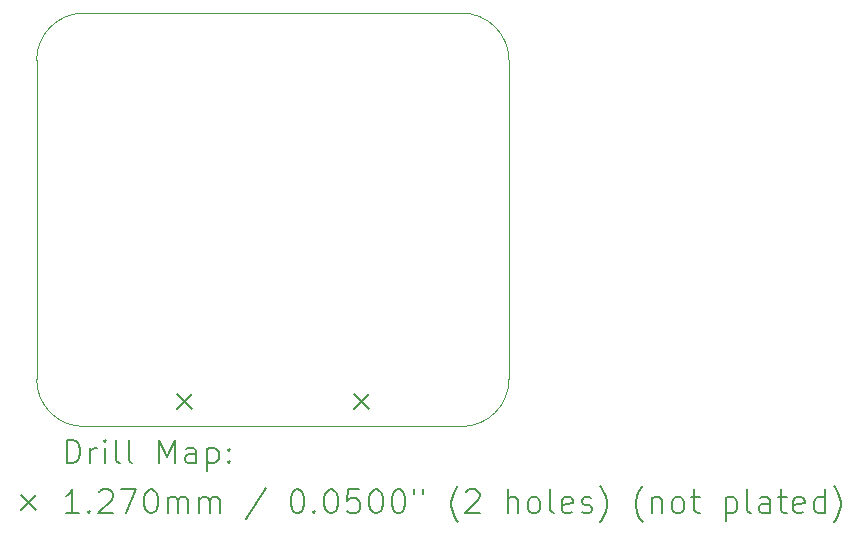
<source format=gbr>
%TF.GenerationSoftware,KiCad,Pcbnew,(6.0.7)*%
%TF.CreationDate,2022-11-19T14:13:47-06:00*%
%TF.ProjectId,BPS-Amperes,4250532d-416d-4706-9572-65732e6b6963,rev?*%
%TF.SameCoordinates,Original*%
%TF.FileFunction,Drillmap*%
%TF.FilePolarity,Positive*%
%FSLAX45Y45*%
G04 Gerber Fmt 4.5, Leading zero omitted, Abs format (unit mm)*
G04 Created by KiCad (PCBNEW (6.0.7)) date 2022-11-19 14:13:47*
%MOMM*%
%LPD*%
G01*
G04 APERTURE LIST*
%ADD10C,0.050000*%
%ADD11C,0.200000*%
%ADD12C,0.127000*%
G04 APERTURE END LIST*
D10*
X15500000Y-9900000D02*
X15500000Y-12600000D01*
X15100000Y-13000000D02*
G75*
G03*
X15500000Y-12600000I0J400000D01*
G01*
X11900000Y-9500000D02*
G75*
G03*
X11500000Y-9900000I0J-400000D01*
G01*
X11900000Y-9500000D02*
X15100000Y-9500000D01*
X15500000Y-9900000D02*
G75*
G03*
X15100000Y-9500000I-400000J0D01*
G01*
X15100000Y-13000000D02*
X11900000Y-13000000D01*
X11500000Y-12600000D02*
X11500000Y-9900000D01*
X11500000Y-12600000D02*
G75*
G03*
X11900000Y-13000000I400000J0D01*
G01*
D11*
D12*
X12686500Y-12724000D02*
X12813500Y-12851000D01*
X12813500Y-12724000D02*
X12686500Y-12851000D01*
X14186500Y-12724000D02*
X14313500Y-12851000D01*
X14313500Y-12724000D02*
X14186500Y-12851000D01*
D11*
X11755119Y-13312976D02*
X11755119Y-13112976D01*
X11802738Y-13112976D01*
X11831309Y-13122500D01*
X11850357Y-13141548D01*
X11859881Y-13160595D01*
X11869405Y-13198690D01*
X11869405Y-13227262D01*
X11859881Y-13265357D01*
X11850357Y-13284405D01*
X11831309Y-13303452D01*
X11802738Y-13312976D01*
X11755119Y-13312976D01*
X11955119Y-13312976D02*
X11955119Y-13179643D01*
X11955119Y-13217738D02*
X11964643Y-13198690D01*
X11974167Y-13189167D01*
X11993214Y-13179643D01*
X12012262Y-13179643D01*
X12078928Y-13312976D02*
X12078928Y-13179643D01*
X12078928Y-13112976D02*
X12069405Y-13122500D01*
X12078928Y-13132024D01*
X12088452Y-13122500D01*
X12078928Y-13112976D01*
X12078928Y-13132024D01*
X12202738Y-13312976D02*
X12183690Y-13303452D01*
X12174167Y-13284405D01*
X12174167Y-13112976D01*
X12307500Y-13312976D02*
X12288452Y-13303452D01*
X12278928Y-13284405D01*
X12278928Y-13112976D01*
X12536071Y-13312976D02*
X12536071Y-13112976D01*
X12602738Y-13255833D01*
X12669405Y-13112976D01*
X12669405Y-13312976D01*
X12850357Y-13312976D02*
X12850357Y-13208214D01*
X12840833Y-13189167D01*
X12821786Y-13179643D01*
X12783690Y-13179643D01*
X12764643Y-13189167D01*
X12850357Y-13303452D02*
X12831309Y-13312976D01*
X12783690Y-13312976D01*
X12764643Y-13303452D01*
X12755119Y-13284405D01*
X12755119Y-13265357D01*
X12764643Y-13246309D01*
X12783690Y-13236786D01*
X12831309Y-13236786D01*
X12850357Y-13227262D01*
X12945595Y-13179643D02*
X12945595Y-13379643D01*
X12945595Y-13189167D02*
X12964643Y-13179643D01*
X13002738Y-13179643D01*
X13021786Y-13189167D01*
X13031309Y-13198690D01*
X13040833Y-13217738D01*
X13040833Y-13274881D01*
X13031309Y-13293928D01*
X13021786Y-13303452D01*
X13002738Y-13312976D01*
X12964643Y-13312976D01*
X12945595Y-13303452D01*
X13126548Y-13293928D02*
X13136071Y-13303452D01*
X13126548Y-13312976D01*
X13117024Y-13303452D01*
X13126548Y-13293928D01*
X13126548Y-13312976D01*
X13126548Y-13189167D02*
X13136071Y-13198690D01*
X13126548Y-13208214D01*
X13117024Y-13198690D01*
X13126548Y-13189167D01*
X13126548Y-13208214D01*
D12*
X11370500Y-13579000D02*
X11497500Y-13706000D01*
X11497500Y-13579000D02*
X11370500Y-13706000D01*
D11*
X11859881Y-13732976D02*
X11745595Y-13732976D01*
X11802738Y-13732976D02*
X11802738Y-13532976D01*
X11783690Y-13561548D01*
X11764643Y-13580595D01*
X11745595Y-13590119D01*
X11945595Y-13713928D02*
X11955119Y-13723452D01*
X11945595Y-13732976D01*
X11936071Y-13723452D01*
X11945595Y-13713928D01*
X11945595Y-13732976D01*
X12031309Y-13552024D02*
X12040833Y-13542500D01*
X12059881Y-13532976D01*
X12107500Y-13532976D01*
X12126548Y-13542500D01*
X12136071Y-13552024D01*
X12145595Y-13571071D01*
X12145595Y-13590119D01*
X12136071Y-13618690D01*
X12021786Y-13732976D01*
X12145595Y-13732976D01*
X12212262Y-13532976D02*
X12345595Y-13532976D01*
X12259881Y-13732976D01*
X12459881Y-13532976D02*
X12478928Y-13532976D01*
X12497976Y-13542500D01*
X12507500Y-13552024D01*
X12517024Y-13571071D01*
X12526548Y-13609167D01*
X12526548Y-13656786D01*
X12517024Y-13694881D01*
X12507500Y-13713928D01*
X12497976Y-13723452D01*
X12478928Y-13732976D01*
X12459881Y-13732976D01*
X12440833Y-13723452D01*
X12431309Y-13713928D01*
X12421786Y-13694881D01*
X12412262Y-13656786D01*
X12412262Y-13609167D01*
X12421786Y-13571071D01*
X12431309Y-13552024D01*
X12440833Y-13542500D01*
X12459881Y-13532976D01*
X12612262Y-13732976D02*
X12612262Y-13599643D01*
X12612262Y-13618690D02*
X12621786Y-13609167D01*
X12640833Y-13599643D01*
X12669405Y-13599643D01*
X12688452Y-13609167D01*
X12697976Y-13628214D01*
X12697976Y-13732976D01*
X12697976Y-13628214D02*
X12707500Y-13609167D01*
X12726548Y-13599643D01*
X12755119Y-13599643D01*
X12774167Y-13609167D01*
X12783690Y-13628214D01*
X12783690Y-13732976D01*
X12878928Y-13732976D02*
X12878928Y-13599643D01*
X12878928Y-13618690D02*
X12888452Y-13609167D01*
X12907500Y-13599643D01*
X12936071Y-13599643D01*
X12955119Y-13609167D01*
X12964643Y-13628214D01*
X12964643Y-13732976D01*
X12964643Y-13628214D02*
X12974167Y-13609167D01*
X12993214Y-13599643D01*
X13021786Y-13599643D01*
X13040833Y-13609167D01*
X13050357Y-13628214D01*
X13050357Y-13732976D01*
X13440833Y-13523452D02*
X13269405Y-13780595D01*
X13697976Y-13532976D02*
X13717024Y-13532976D01*
X13736071Y-13542500D01*
X13745595Y-13552024D01*
X13755119Y-13571071D01*
X13764643Y-13609167D01*
X13764643Y-13656786D01*
X13755119Y-13694881D01*
X13745595Y-13713928D01*
X13736071Y-13723452D01*
X13717024Y-13732976D01*
X13697976Y-13732976D01*
X13678928Y-13723452D01*
X13669405Y-13713928D01*
X13659881Y-13694881D01*
X13650357Y-13656786D01*
X13650357Y-13609167D01*
X13659881Y-13571071D01*
X13669405Y-13552024D01*
X13678928Y-13542500D01*
X13697976Y-13532976D01*
X13850357Y-13713928D02*
X13859881Y-13723452D01*
X13850357Y-13732976D01*
X13840833Y-13723452D01*
X13850357Y-13713928D01*
X13850357Y-13732976D01*
X13983690Y-13532976D02*
X14002738Y-13532976D01*
X14021786Y-13542500D01*
X14031309Y-13552024D01*
X14040833Y-13571071D01*
X14050357Y-13609167D01*
X14050357Y-13656786D01*
X14040833Y-13694881D01*
X14031309Y-13713928D01*
X14021786Y-13723452D01*
X14002738Y-13732976D01*
X13983690Y-13732976D01*
X13964643Y-13723452D01*
X13955119Y-13713928D01*
X13945595Y-13694881D01*
X13936071Y-13656786D01*
X13936071Y-13609167D01*
X13945595Y-13571071D01*
X13955119Y-13552024D01*
X13964643Y-13542500D01*
X13983690Y-13532976D01*
X14231309Y-13532976D02*
X14136071Y-13532976D01*
X14126548Y-13628214D01*
X14136071Y-13618690D01*
X14155119Y-13609167D01*
X14202738Y-13609167D01*
X14221786Y-13618690D01*
X14231309Y-13628214D01*
X14240833Y-13647262D01*
X14240833Y-13694881D01*
X14231309Y-13713928D01*
X14221786Y-13723452D01*
X14202738Y-13732976D01*
X14155119Y-13732976D01*
X14136071Y-13723452D01*
X14126548Y-13713928D01*
X14364643Y-13532976D02*
X14383690Y-13532976D01*
X14402738Y-13542500D01*
X14412262Y-13552024D01*
X14421786Y-13571071D01*
X14431309Y-13609167D01*
X14431309Y-13656786D01*
X14421786Y-13694881D01*
X14412262Y-13713928D01*
X14402738Y-13723452D01*
X14383690Y-13732976D01*
X14364643Y-13732976D01*
X14345595Y-13723452D01*
X14336071Y-13713928D01*
X14326548Y-13694881D01*
X14317024Y-13656786D01*
X14317024Y-13609167D01*
X14326548Y-13571071D01*
X14336071Y-13552024D01*
X14345595Y-13542500D01*
X14364643Y-13532976D01*
X14555119Y-13532976D02*
X14574167Y-13532976D01*
X14593214Y-13542500D01*
X14602738Y-13552024D01*
X14612262Y-13571071D01*
X14621786Y-13609167D01*
X14621786Y-13656786D01*
X14612262Y-13694881D01*
X14602738Y-13713928D01*
X14593214Y-13723452D01*
X14574167Y-13732976D01*
X14555119Y-13732976D01*
X14536071Y-13723452D01*
X14526548Y-13713928D01*
X14517024Y-13694881D01*
X14507500Y-13656786D01*
X14507500Y-13609167D01*
X14517024Y-13571071D01*
X14526548Y-13552024D01*
X14536071Y-13542500D01*
X14555119Y-13532976D01*
X14697976Y-13532976D02*
X14697976Y-13571071D01*
X14774167Y-13532976D02*
X14774167Y-13571071D01*
X15069405Y-13809167D02*
X15059881Y-13799643D01*
X15040833Y-13771071D01*
X15031309Y-13752024D01*
X15021786Y-13723452D01*
X15012262Y-13675833D01*
X15012262Y-13637738D01*
X15021786Y-13590119D01*
X15031309Y-13561548D01*
X15040833Y-13542500D01*
X15059881Y-13513928D01*
X15069405Y-13504405D01*
X15136071Y-13552024D02*
X15145595Y-13542500D01*
X15164643Y-13532976D01*
X15212262Y-13532976D01*
X15231309Y-13542500D01*
X15240833Y-13552024D01*
X15250357Y-13571071D01*
X15250357Y-13590119D01*
X15240833Y-13618690D01*
X15126548Y-13732976D01*
X15250357Y-13732976D01*
X15488452Y-13732976D02*
X15488452Y-13532976D01*
X15574167Y-13732976D02*
X15574167Y-13628214D01*
X15564643Y-13609167D01*
X15545595Y-13599643D01*
X15517024Y-13599643D01*
X15497976Y-13609167D01*
X15488452Y-13618690D01*
X15697976Y-13732976D02*
X15678928Y-13723452D01*
X15669405Y-13713928D01*
X15659881Y-13694881D01*
X15659881Y-13637738D01*
X15669405Y-13618690D01*
X15678928Y-13609167D01*
X15697976Y-13599643D01*
X15726548Y-13599643D01*
X15745595Y-13609167D01*
X15755119Y-13618690D01*
X15764643Y-13637738D01*
X15764643Y-13694881D01*
X15755119Y-13713928D01*
X15745595Y-13723452D01*
X15726548Y-13732976D01*
X15697976Y-13732976D01*
X15878928Y-13732976D02*
X15859881Y-13723452D01*
X15850357Y-13704405D01*
X15850357Y-13532976D01*
X16031309Y-13723452D02*
X16012262Y-13732976D01*
X15974167Y-13732976D01*
X15955119Y-13723452D01*
X15945595Y-13704405D01*
X15945595Y-13628214D01*
X15955119Y-13609167D01*
X15974167Y-13599643D01*
X16012262Y-13599643D01*
X16031309Y-13609167D01*
X16040833Y-13628214D01*
X16040833Y-13647262D01*
X15945595Y-13666309D01*
X16117024Y-13723452D02*
X16136071Y-13732976D01*
X16174167Y-13732976D01*
X16193214Y-13723452D01*
X16202738Y-13704405D01*
X16202738Y-13694881D01*
X16193214Y-13675833D01*
X16174167Y-13666309D01*
X16145595Y-13666309D01*
X16126548Y-13656786D01*
X16117024Y-13637738D01*
X16117024Y-13628214D01*
X16126548Y-13609167D01*
X16145595Y-13599643D01*
X16174167Y-13599643D01*
X16193214Y-13609167D01*
X16269405Y-13809167D02*
X16278928Y-13799643D01*
X16297976Y-13771071D01*
X16307500Y-13752024D01*
X16317024Y-13723452D01*
X16326548Y-13675833D01*
X16326548Y-13637738D01*
X16317024Y-13590119D01*
X16307500Y-13561548D01*
X16297976Y-13542500D01*
X16278928Y-13513928D01*
X16269405Y-13504405D01*
X16631309Y-13809167D02*
X16621786Y-13799643D01*
X16602738Y-13771071D01*
X16593214Y-13752024D01*
X16583690Y-13723452D01*
X16574167Y-13675833D01*
X16574167Y-13637738D01*
X16583690Y-13590119D01*
X16593214Y-13561548D01*
X16602738Y-13542500D01*
X16621786Y-13513928D01*
X16631309Y-13504405D01*
X16707500Y-13599643D02*
X16707500Y-13732976D01*
X16707500Y-13618690D02*
X16717024Y-13609167D01*
X16736071Y-13599643D01*
X16764643Y-13599643D01*
X16783690Y-13609167D01*
X16793214Y-13628214D01*
X16793214Y-13732976D01*
X16917024Y-13732976D02*
X16897976Y-13723452D01*
X16888452Y-13713928D01*
X16878929Y-13694881D01*
X16878929Y-13637738D01*
X16888452Y-13618690D01*
X16897976Y-13609167D01*
X16917024Y-13599643D01*
X16945595Y-13599643D01*
X16964643Y-13609167D01*
X16974167Y-13618690D01*
X16983690Y-13637738D01*
X16983690Y-13694881D01*
X16974167Y-13713928D01*
X16964643Y-13723452D01*
X16945595Y-13732976D01*
X16917024Y-13732976D01*
X17040833Y-13599643D02*
X17117024Y-13599643D01*
X17069405Y-13532976D02*
X17069405Y-13704405D01*
X17078929Y-13723452D01*
X17097976Y-13732976D01*
X17117024Y-13732976D01*
X17336071Y-13599643D02*
X17336071Y-13799643D01*
X17336071Y-13609167D02*
X17355119Y-13599643D01*
X17393214Y-13599643D01*
X17412262Y-13609167D01*
X17421786Y-13618690D01*
X17431310Y-13637738D01*
X17431310Y-13694881D01*
X17421786Y-13713928D01*
X17412262Y-13723452D01*
X17393214Y-13732976D01*
X17355119Y-13732976D01*
X17336071Y-13723452D01*
X17545595Y-13732976D02*
X17526548Y-13723452D01*
X17517024Y-13704405D01*
X17517024Y-13532976D01*
X17707500Y-13732976D02*
X17707500Y-13628214D01*
X17697976Y-13609167D01*
X17678929Y-13599643D01*
X17640833Y-13599643D01*
X17621786Y-13609167D01*
X17707500Y-13723452D02*
X17688452Y-13732976D01*
X17640833Y-13732976D01*
X17621786Y-13723452D01*
X17612262Y-13704405D01*
X17612262Y-13685357D01*
X17621786Y-13666309D01*
X17640833Y-13656786D01*
X17688452Y-13656786D01*
X17707500Y-13647262D01*
X17774167Y-13599643D02*
X17850357Y-13599643D01*
X17802738Y-13532976D02*
X17802738Y-13704405D01*
X17812262Y-13723452D01*
X17831310Y-13732976D01*
X17850357Y-13732976D01*
X17993214Y-13723452D02*
X17974167Y-13732976D01*
X17936071Y-13732976D01*
X17917024Y-13723452D01*
X17907500Y-13704405D01*
X17907500Y-13628214D01*
X17917024Y-13609167D01*
X17936071Y-13599643D01*
X17974167Y-13599643D01*
X17993214Y-13609167D01*
X18002738Y-13628214D01*
X18002738Y-13647262D01*
X17907500Y-13666309D01*
X18174167Y-13732976D02*
X18174167Y-13532976D01*
X18174167Y-13723452D02*
X18155119Y-13732976D01*
X18117024Y-13732976D01*
X18097976Y-13723452D01*
X18088452Y-13713928D01*
X18078929Y-13694881D01*
X18078929Y-13637738D01*
X18088452Y-13618690D01*
X18097976Y-13609167D01*
X18117024Y-13599643D01*
X18155119Y-13599643D01*
X18174167Y-13609167D01*
X18250357Y-13809167D02*
X18259881Y-13799643D01*
X18278929Y-13771071D01*
X18288452Y-13752024D01*
X18297976Y-13723452D01*
X18307500Y-13675833D01*
X18307500Y-13637738D01*
X18297976Y-13590119D01*
X18288452Y-13561548D01*
X18278929Y-13542500D01*
X18259881Y-13513928D01*
X18250357Y-13504405D01*
M02*

</source>
